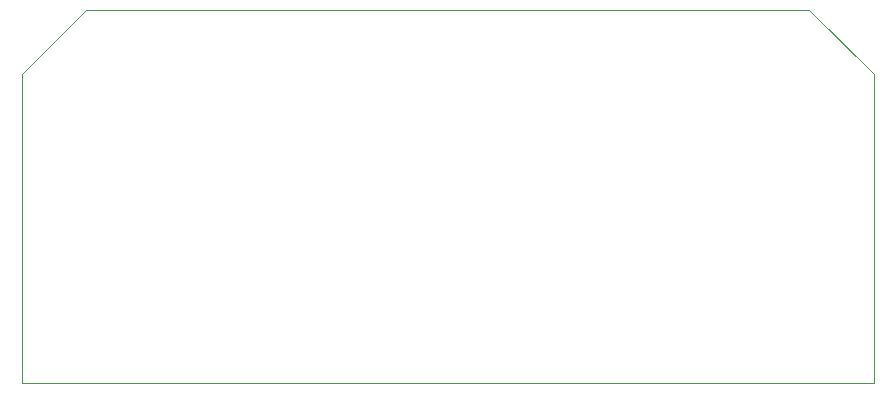
<source format=gbr>
G04 #@! TF.GenerationSoftware,KiCad,Pcbnew,(5.1.2-1)-1*
G04 #@! TF.CreationDate,2019-07-09T00:43:20-07:00*
G04 #@! TF.ProjectId,ram_board,72616d5f-626f-4617-9264-2e6b69636164,rev?*
G04 #@! TF.SameCoordinates,Original*
G04 #@! TF.FileFunction,Profile,NP*
%FSLAX46Y46*%
G04 Gerber Fmt 4.6, Leading zero omitted, Abs format (unit mm)*
G04 Created by KiCad (PCBNEW (5.1.2-1)-1) date 2019-07-09 00:43:20*
%MOMM*%
%LPD*%
G04 APERTURE LIST*
%ADD10C,0.050000*%
G04 APERTURE END LIST*
D10*
X123444000Y-72517000D02*
X117983000Y-77978000D01*
X190119000Y-77978000D02*
X184658000Y-72517000D01*
X190119000Y-104140000D02*
X188214000Y-104140000D01*
X187325000Y-104140000D02*
X188214000Y-104140000D01*
X187325000Y-104140000D02*
X117983000Y-104140000D01*
X190119000Y-77978000D02*
X190119000Y-104140000D01*
X123444000Y-72517000D02*
X184658000Y-72517000D01*
X117983000Y-104140000D02*
X117983000Y-77978000D01*
M02*

</source>
